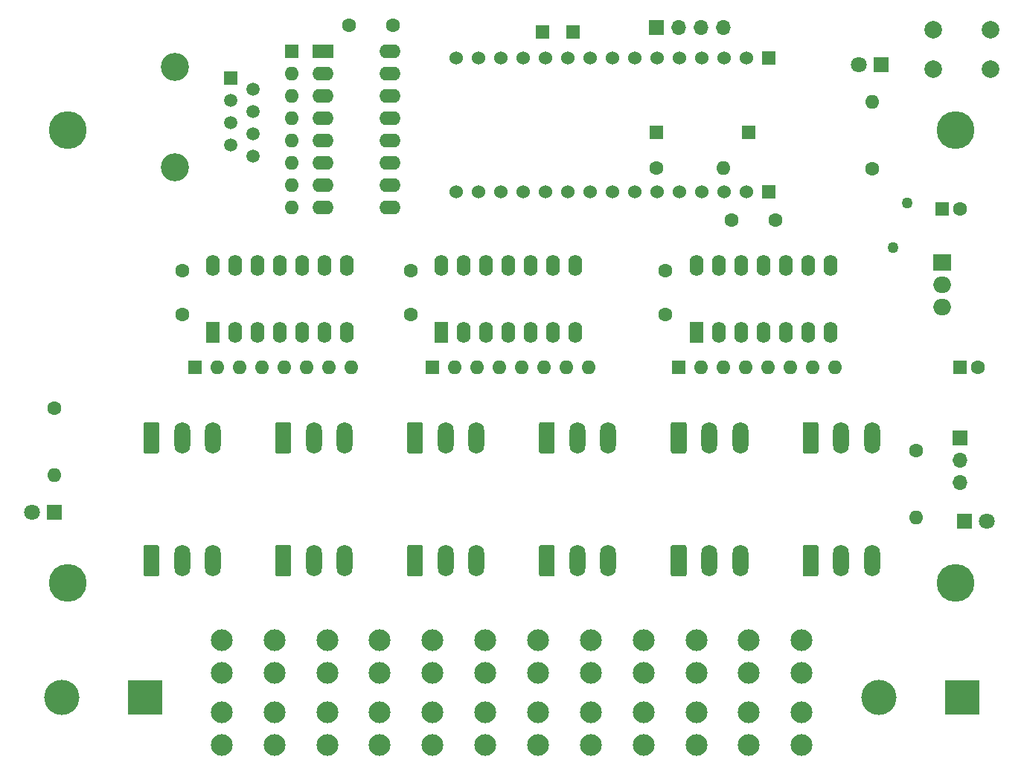
<source format=gbr>
%TF.GenerationSoftware,KiCad,Pcbnew,(5.1.9)-1*%
%TF.CreationDate,2021-02-01T23:54:36-05:00*%
%TF.ProjectId,Smart_Reciever_Max,536d6172-745f-4526-9563-69657665725f,v1*%
%TF.SameCoordinates,Original*%
%TF.FileFunction,Soldermask,Bot*%
%TF.FilePolarity,Negative*%
%FSLAX46Y46*%
G04 Gerber Fmt 4.6, Leading zero omitted, Abs format (unit mm)*
G04 Created by KiCad (PCBNEW (5.1.9)-1) date 2021-02-01 23:54:36*
%MOMM*%
%LPD*%
G01*
G04 APERTURE LIST*
%ADD10R,1.500000X1.500000*%
%ADD11C,2.000000*%
%ADD12O,1.600000X1.600000*%
%ADD13C,1.600000*%
%ADD14O,1.700000X1.700000*%
%ADD15R,1.700000X1.700000*%
%ADD16C,1.530000*%
%ADD17R,1.530000X1.530000*%
%ADD18C,4.300000*%
%ADD19C,4.000000*%
%ADD20R,4.000000X4.000000*%
%ADD21O,1.800000X3.600000*%
%ADD22O,1.600000X2.400000*%
%ADD23R,1.600000X2.400000*%
%ADD24O,2.400000X1.600000*%
%ADD25R,2.400000X1.600000*%
%ADD26R,1.600000X1.600000*%
%ADD27C,1.270000*%
%ADD28C,1.800000*%
%ADD29R,1.800000X1.800000*%
%ADD30O,2.000000X1.905000*%
%ADD31R,2.000000X1.905000*%
%ADD32C,1.500000*%
%ADD33C,3.200000*%
%ADD34C,2.475000*%
G04 APERTURE END LIST*
D10*
%TO.C,TP4*%
X184000000Y-83250000D03*
%TD*%
%TO.C,TP3*%
X173500000Y-83250000D03*
%TD*%
%TO.C,TP2*%
X160500000Y-71750000D03*
%TD*%
%TO.C,TP1*%
X164000000Y-71750000D03*
%TD*%
D11*
%TO.C,SW1*%
X211500000Y-71500000D03*
X211500000Y-76000000D03*
X205000000Y-71500000D03*
X205000000Y-76000000D03*
%TD*%
D12*
%TO.C,R4*%
X181120000Y-87250000D03*
D13*
X173500000Y-87250000D03*
%TD*%
D14*
%TO.C,J17*%
X181120000Y-71250000D03*
X178580000Y-71250000D03*
X176040000Y-71250000D03*
D15*
X173500000Y-71250000D03*
%TD*%
D16*
%TO.C,A1*%
X150720000Y-90000000D03*
X150720000Y-74760000D03*
X153260000Y-90000000D03*
X153260000Y-74760000D03*
X155800000Y-90000000D03*
X155800000Y-74760000D03*
X158340000Y-90000000D03*
X158340000Y-74760000D03*
X160880000Y-90000000D03*
X160880000Y-74760000D03*
X163420000Y-90000000D03*
X163420000Y-74760000D03*
X165960000Y-90000000D03*
X165960000Y-74760000D03*
X168500000Y-90000000D03*
X168500000Y-74760000D03*
X171040000Y-90000000D03*
X171040000Y-74760000D03*
X173580000Y-90000000D03*
X173580000Y-74760000D03*
X176120000Y-90000000D03*
X176120000Y-74760000D03*
X178660000Y-90000000D03*
X178660000Y-74760000D03*
X181200000Y-90000000D03*
X181200000Y-74760000D03*
X183740000Y-90000000D03*
X183740000Y-74760000D03*
D17*
X186280000Y-90000000D03*
X186280000Y-74760000D03*
%TD*%
D18*
%TO.C,H4*%
X207500000Y-83000000D03*
%TD*%
%TO.C,H3*%
X207500000Y-134500000D03*
%TD*%
%TO.C,H2*%
X106500000Y-83000000D03*
%TD*%
%TO.C,H1*%
X106500000Y-134500000D03*
%TD*%
D19*
%TO.C,J14*%
X198800000Y-147600000D03*
D20*
X208300000Y-147600000D03*
%TD*%
D19*
%TO.C,J13*%
X105800000Y-147600000D03*
D20*
X115300000Y-147600000D03*
%TD*%
D13*
%TO.C,C7*%
X174500000Y-104000000D03*
X174500000Y-99000000D03*
%TD*%
D21*
%TO.C,J7*%
X168000000Y-118000000D03*
X164500000Y-118000000D03*
G36*
G01*
X160100000Y-119550000D02*
X160100000Y-116450000D01*
G75*
G02*
X160350000Y-116200000I250000J0D01*
G01*
X161650000Y-116200000D01*
G75*
G02*
X161900000Y-116450000I0J-250000D01*
G01*
X161900000Y-119550000D01*
G75*
G02*
X161650000Y-119800000I-250000J0D01*
G01*
X160350000Y-119800000D01*
G75*
G02*
X160100000Y-119550000I0J250000D01*
G01*
G37*
%TD*%
D13*
%TO.C,C3*%
X187000000Y-93250000D03*
X182000000Y-93250000D03*
%TD*%
D22*
%TO.C,U5*%
X178000000Y-98380000D03*
X193240000Y-106000000D03*
X180540000Y-98380000D03*
X190700000Y-106000000D03*
X183080000Y-98380000D03*
X188160000Y-106000000D03*
X185620000Y-98380000D03*
X185620000Y-106000000D03*
X188160000Y-98380000D03*
X183080000Y-106000000D03*
X190700000Y-98380000D03*
X180540000Y-106000000D03*
X193240000Y-98380000D03*
D23*
X178000000Y-106000000D03*
%TD*%
D22*
%TO.C,U4*%
X149000000Y-98380000D03*
X164240000Y-106000000D03*
X151540000Y-98380000D03*
X161700000Y-106000000D03*
X154080000Y-98380000D03*
X159160000Y-106000000D03*
X156620000Y-98380000D03*
X156620000Y-106000000D03*
X159160000Y-98380000D03*
X154080000Y-106000000D03*
X161700000Y-98380000D03*
X151540000Y-106000000D03*
X164240000Y-98380000D03*
D23*
X149000000Y-106000000D03*
%TD*%
D22*
%TO.C,U3*%
X123000000Y-98380000D03*
X138240000Y-106000000D03*
X125540000Y-98380000D03*
X135700000Y-106000000D03*
X128080000Y-98380000D03*
X133160000Y-106000000D03*
X130620000Y-98380000D03*
X130620000Y-106000000D03*
X133160000Y-98380000D03*
X128080000Y-106000000D03*
X135700000Y-98380000D03*
X125540000Y-106000000D03*
X138240000Y-98380000D03*
D23*
X123000000Y-106000000D03*
%TD*%
D24*
%TO.C,U2*%
X143120000Y-74000000D03*
X135500000Y-91780000D03*
X143120000Y-76540000D03*
X135500000Y-89240000D03*
X143120000Y-79080000D03*
X135500000Y-86700000D03*
X143120000Y-81620000D03*
X135500000Y-84160000D03*
X143120000Y-84160000D03*
X135500000Y-81620000D03*
X143120000Y-86700000D03*
X135500000Y-79080000D03*
X143120000Y-89240000D03*
X135500000Y-76540000D03*
X143120000Y-91780000D03*
D25*
X135500000Y-74000000D03*
%TD*%
D12*
%TO.C,RN4*%
X132000000Y-91780000D03*
X132000000Y-89240000D03*
X132000000Y-86700000D03*
X132000000Y-84160000D03*
X132000000Y-81620000D03*
X132000000Y-79080000D03*
X132000000Y-76540000D03*
D26*
X132000000Y-74000000D03*
%TD*%
D12*
%TO.C,R3*%
X198000000Y-79780000D03*
D13*
X198000000Y-87400000D03*
%TD*%
D12*
%TO.C,R2*%
X203000000Y-127120000D03*
D13*
X203000000Y-119500000D03*
%TD*%
D12*
%TO.C,R1*%
X105000000Y-122220000D03*
D13*
X105000000Y-114600000D03*
%TD*%
D27*
%TO.C,F13*%
X202000000Y-91250000D03*
X200400000Y-96350000D03*
%TD*%
D28*
%TO.C,D3*%
X196460000Y-75500000D03*
D29*
X199000000Y-75500000D03*
%TD*%
D28*
%TO.C,D2*%
X211040000Y-127500000D03*
D29*
X208500000Y-127500000D03*
%TD*%
D28*
%TO.C,D1*%
X102460000Y-126500000D03*
D29*
X105000000Y-126500000D03*
%TD*%
D13*
%TO.C,C6*%
X145500000Y-104000000D03*
X145500000Y-99000000D03*
%TD*%
%TO.C,C5*%
X119500000Y-104000000D03*
X119500000Y-99000000D03*
%TD*%
%TO.C,C4*%
X138500000Y-71000000D03*
X143500000Y-71000000D03*
%TD*%
%TO.C,C2*%
X208000000Y-91900000D03*
D26*
X206000000Y-91900000D03*
%TD*%
D13*
%TO.C,C1*%
X210000000Y-110000000D03*
D26*
X208000000Y-110000000D03*
%TD*%
D30*
%TO.C,U1*%
X206000000Y-103080000D03*
X206000000Y-100540000D03*
D31*
X206000000Y-98000000D03*
%TD*%
D12*
%TO.C,RN3*%
X193780000Y-110000000D03*
X191240000Y-110000000D03*
X188700000Y-110000000D03*
X186160000Y-110000000D03*
X183620000Y-110000000D03*
X181080000Y-110000000D03*
X178540000Y-110000000D03*
D26*
X176000000Y-110000000D03*
%TD*%
D12*
%TO.C,RN2*%
X165780000Y-110000000D03*
X163240000Y-110000000D03*
X160700000Y-110000000D03*
X158160000Y-110000000D03*
X155620000Y-110000000D03*
X153080000Y-110000000D03*
X150540000Y-110000000D03*
D26*
X148000000Y-110000000D03*
%TD*%
D12*
%TO.C,RN1*%
X138780000Y-110000000D03*
X136240000Y-110000000D03*
X133700000Y-110000000D03*
X131160000Y-110000000D03*
X128620000Y-110000000D03*
X126080000Y-110000000D03*
X123540000Y-110000000D03*
D26*
X121000000Y-110000000D03*
%TD*%
D14*
%TO.C,J15*%
X208000000Y-123080000D03*
X208000000Y-120540000D03*
D15*
X208000000Y-118000000D03*
%TD*%
D32*
%TO.C,J16*%
X127540000Y-85890000D03*
X125000000Y-84620000D03*
X127540000Y-83350000D03*
X125000000Y-82080000D03*
X127540000Y-80810000D03*
X125000000Y-79540000D03*
X127540000Y-78270000D03*
D10*
X125000000Y-77000000D03*
D33*
X118650000Y-75730000D03*
X118650000Y-87160000D03*
%TD*%
D21*
%TO.C,J12*%
X198000000Y-132000000D03*
X194500000Y-132000000D03*
G36*
G01*
X190100000Y-133550000D02*
X190100000Y-130450000D01*
G75*
G02*
X190350000Y-130200000I250000J0D01*
G01*
X191650000Y-130200000D01*
G75*
G02*
X191900000Y-130450000I0J-250000D01*
G01*
X191900000Y-133550000D01*
G75*
G02*
X191650000Y-133800000I-250000J0D01*
G01*
X190350000Y-133800000D01*
G75*
G02*
X190100000Y-133550000I0J250000D01*
G01*
G37*
%TD*%
%TO.C,J11*%
X198000000Y-118000000D03*
X194500000Y-118000000D03*
G36*
G01*
X190100000Y-119550000D02*
X190100000Y-116450000D01*
G75*
G02*
X190350000Y-116200000I250000J0D01*
G01*
X191650000Y-116200000D01*
G75*
G02*
X191900000Y-116450000I0J-250000D01*
G01*
X191900000Y-119550000D01*
G75*
G02*
X191650000Y-119800000I-250000J0D01*
G01*
X190350000Y-119800000D01*
G75*
G02*
X190100000Y-119550000I0J250000D01*
G01*
G37*
%TD*%
%TO.C,J10*%
X183000000Y-132000000D03*
X179500000Y-132000000D03*
G36*
G01*
X175100000Y-133550000D02*
X175100000Y-130450000D01*
G75*
G02*
X175350000Y-130200000I250000J0D01*
G01*
X176650000Y-130200000D01*
G75*
G02*
X176900000Y-130450000I0J-250000D01*
G01*
X176900000Y-133550000D01*
G75*
G02*
X176650000Y-133800000I-250000J0D01*
G01*
X175350000Y-133800000D01*
G75*
G02*
X175100000Y-133550000I0J250000D01*
G01*
G37*
%TD*%
%TO.C,J9*%
X183000000Y-118000000D03*
X179500000Y-118000000D03*
G36*
G01*
X175100000Y-119550000D02*
X175100000Y-116450000D01*
G75*
G02*
X175350000Y-116200000I250000J0D01*
G01*
X176650000Y-116200000D01*
G75*
G02*
X176900000Y-116450000I0J-250000D01*
G01*
X176900000Y-119550000D01*
G75*
G02*
X176650000Y-119800000I-250000J0D01*
G01*
X175350000Y-119800000D01*
G75*
G02*
X175100000Y-119550000I0J250000D01*
G01*
G37*
%TD*%
%TO.C,J8*%
X168000000Y-132000000D03*
X164500000Y-132000000D03*
G36*
G01*
X160100000Y-133550000D02*
X160100000Y-130450000D01*
G75*
G02*
X160350000Y-130200000I250000J0D01*
G01*
X161650000Y-130200000D01*
G75*
G02*
X161900000Y-130450000I0J-250000D01*
G01*
X161900000Y-133550000D01*
G75*
G02*
X161650000Y-133800000I-250000J0D01*
G01*
X160350000Y-133800000D01*
G75*
G02*
X160100000Y-133550000I0J250000D01*
G01*
G37*
%TD*%
%TO.C,J6*%
X153000000Y-132000000D03*
X149500000Y-132000000D03*
G36*
G01*
X145100000Y-133550000D02*
X145100000Y-130450000D01*
G75*
G02*
X145350000Y-130200000I250000J0D01*
G01*
X146650000Y-130200000D01*
G75*
G02*
X146900000Y-130450000I0J-250000D01*
G01*
X146900000Y-133550000D01*
G75*
G02*
X146650000Y-133800000I-250000J0D01*
G01*
X145350000Y-133800000D01*
G75*
G02*
X145100000Y-133550000I0J250000D01*
G01*
G37*
%TD*%
%TO.C,J5*%
X153000000Y-118000000D03*
X149500000Y-118000000D03*
G36*
G01*
X145100000Y-119550000D02*
X145100000Y-116450000D01*
G75*
G02*
X145350000Y-116200000I250000J0D01*
G01*
X146650000Y-116200000D01*
G75*
G02*
X146900000Y-116450000I0J-250000D01*
G01*
X146900000Y-119550000D01*
G75*
G02*
X146650000Y-119800000I-250000J0D01*
G01*
X145350000Y-119800000D01*
G75*
G02*
X145100000Y-119550000I0J250000D01*
G01*
G37*
%TD*%
%TO.C,J4*%
X138000000Y-132000000D03*
X134500000Y-132000000D03*
G36*
G01*
X130100000Y-133550000D02*
X130100000Y-130450000D01*
G75*
G02*
X130350000Y-130200000I250000J0D01*
G01*
X131650000Y-130200000D01*
G75*
G02*
X131900000Y-130450000I0J-250000D01*
G01*
X131900000Y-133550000D01*
G75*
G02*
X131650000Y-133800000I-250000J0D01*
G01*
X130350000Y-133800000D01*
G75*
G02*
X130100000Y-133550000I0J250000D01*
G01*
G37*
%TD*%
%TO.C,J3*%
X138000000Y-118000000D03*
X134500000Y-118000000D03*
G36*
G01*
X130100000Y-119550000D02*
X130100000Y-116450000D01*
G75*
G02*
X130350000Y-116200000I250000J0D01*
G01*
X131650000Y-116200000D01*
G75*
G02*
X131900000Y-116450000I0J-250000D01*
G01*
X131900000Y-119550000D01*
G75*
G02*
X131650000Y-119800000I-250000J0D01*
G01*
X130350000Y-119800000D01*
G75*
G02*
X130100000Y-119550000I0J250000D01*
G01*
G37*
%TD*%
%TO.C,J2*%
X123000000Y-132000000D03*
X119500000Y-132000000D03*
G36*
G01*
X115100000Y-133550000D02*
X115100000Y-130450000D01*
G75*
G02*
X115350000Y-130200000I250000J0D01*
G01*
X116650000Y-130200000D01*
G75*
G02*
X116900000Y-130450000I0J-250000D01*
G01*
X116900000Y-133550000D01*
G75*
G02*
X116650000Y-133800000I-250000J0D01*
G01*
X115350000Y-133800000D01*
G75*
G02*
X115100000Y-133550000I0J250000D01*
G01*
G37*
%TD*%
%TO.C,J1*%
X123000000Y-118000000D03*
X119500000Y-118000000D03*
G36*
G01*
X115100000Y-119550000D02*
X115100000Y-116450000D01*
G75*
G02*
X115350000Y-116200000I250000J0D01*
G01*
X116650000Y-116200000D01*
G75*
G02*
X116900000Y-116450000I0J-250000D01*
G01*
X116900000Y-119550000D01*
G75*
G02*
X116650000Y-119800000I-250000J0D01*
G01*
X115350000Y-119800000D01*
G75*
G02*
X115100000Y-119550000I0J250000D01*
G01*
G37*
%TD*%
D34*
%TO.C,F12*%
X190000000Y-141050000D03*
X190000000Y-152950000D03*
X190000000Y-144750000D03*
X190000000Y-149250000D03*
%TD*%
%TO.C,F11*%
X184000000Y-141050000D03*
X184000000Y-152950000D03*
X184000000Y-144750000D03*
X184000000Y-149250000D03*
%TD*%
%TO.C,F10*%
X178000000Y-141050000D03*
X178000000Y-152950000D03*
X178000000Y-144750000D03*
X178000000Y-149250000D03*
%TD*%
%TO.C,F9*%
X172000000Y-141050000D03*
X172000000Y-152950000D03*
X172000000Y-144750000D03*
X172000000Y-149250000D03*
%TD*%
%TO.C,F8*%
X166000000Y-141050000D03*
X166000000Y-152950000D03*
X166000000Y-144750000D03*
X166000000Y-149250000D03*
%TD*%
%TO.C,F7*%
X160000000Y-141050000D03*
X160000000Y-152950000D03*
X160000000Y-144750000D03*
X160000000Y-149250000D03*
%TD*%
%TO.C,F6*%
X154000000Y-141050000D03*
X154000000Y-152950000D03*
X154000000Y-144750000D03*
X154000000Y-149250000D03*
%TD*%
%TO.C,F5*%
X148000000Y-141050000D03*
X148000000Y-152950000D03*
X148000000Y-144750000D03*
X148000000Y-149250000D03*
%TD*%
%TO.C,F4*%
X142000000Y-141050000D03*
X142000000Y-152950000D03*
X142000000Y-144750000D03*
X142000000Y-149250000D03*
%TD*%
%TO.C,F3*%
X136000000Y-141050000D03*
X136000000Y-152950000D03*
X136000000Y-144750000D03*
X136000000Y-149250000D03*
%TD*%
%TO.C,F2*%
X130000000Y-141050000D03*
X130000000Y-152950000D03*
X130000000Y-144750000D03*
X130000000Y-149250000D03*
%TD*%
%TO.C,F1*%
X124000000Y-141050000D03*
X124000000Y-152950000D03*
X124000000Y-144750000D03*
X124000000Y-149250000D03*
%TD*%
M02*

</source>
